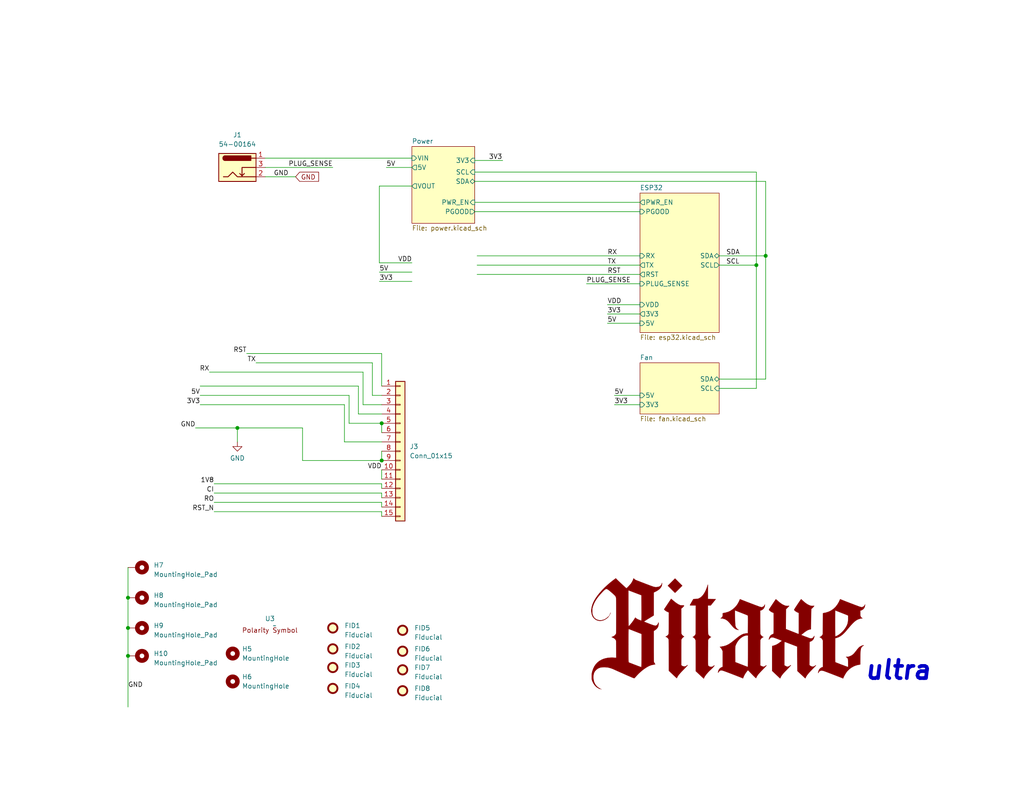
<source format=kicad_sch>
(kicad_sch (version 20230121) (generator eeschema)
  (paper "A")
  (title_block (title "BM1366 bitaxe") (date "2023-10-25") (rev "203"))
  (lib_symbols
    (symbol "Connector:Barrel_Jack_Switch" (pin_names hide)
      (property "Reference" "J" (at 0 5.334 0))
      (property "Value" "Barrel_Jack_Switch" (at 0 -5.08 0))
      (symbol "Barrel_Jack_Switch_1_1"
        (pin passive line (at 7.62 2.54 180) (length 2.54) (name "~") (number "1"))
        (pin passive line (at 7.62 -2.54 180) (length 2.54) (name "~") (number "2"))
        (pin passive line (at 7.62 0 180) (length 2.54) (name "~") (number "3"))
      )
    )
    (symbol "Connector_Generic:Conn_01x15" (pin_names (offset 1.016) hide)
      (property "Reference" "J" (at 0 20.32 0))
      (property "Value" "Conn_01x15" (at 0 -20.32 0))
      (symbol "Conn_01x15_1_1"
        (pin passive line (at -5.08 17.78 0) (length 3.81) (name "Pin_1") (number "1"))
        (pin passive line (at -5.08 -5.08 0) (length 3.81) (name "Pin_10") (number "10"))
        (pin passive line (at -5.08 -7.62 0) (length 3.81) (name "Pin_11") (number "11"))
        (pin passive line (at -5.08 -10.16 0) (length 3.81) (name "Pin_12") (number "12"))
        (pin passive line (at -5.08 -12.7 0) (length 3.81) (name "Pin_13") (number "13"))
        (pin passive line (at -5.08 -15.24 0) (length 3.81) (name "Pin_14") (number "14"))
        (pin passive line (at -5.08 -17.78 0) (length 3.81) (name "Pin_15") (number "15"))
        (pin passive line (at -5.08 15.24 0) (length 3.81) (name "Pin_2") (number "2"))
        (pin passive line (at -5.08 12.7 0) (length 3.81) (name "Pin_3") (number "3"))
        (pin passive line (at -5.08 10.16 0) (length 3.81) (name "Pin_4") (number "4"))
        (pin passive line (at -5.08 7.62 0) (length 3.81) (name "Pin_5") (number "5"))
        (pin passive line (at -5.08 5.08 0) (length 3.81) (name "Pin_6") (number "6"))
        (pin passive line (at -5.08 2.54 0) (length 3.81) (name "Pin_7") (number "7"))
        (pin passive line (at -5.08 0 0) (length 3.81) (name "Pin_8") (number "8"))
        (pin passive line (at -5.08 -2.54 0) (length 3.81) (name "Pin_9") (number "9"))
      )
    )
    (symbol "Mechanical:Fiducial"
      (property "Reference" "FID" (at 0 5.08 0))
      (property "Value" "Fiducial" (at 0 3.175 0))
    )
    (symbol "Mechanical:MountingHole" (pin_names (offset 1.016))
      (property "Reference" "H" (at 0 5.08 0))
      (property "Value" "MountingHole" (at 0 3.175 0))
    )
    (symbol "Mechanical:MountingHole_Pad" (pin_numbers hide) (pin_names (offset 1.016) hide)
      (property "Reference" "H" (at 0 6.35 0))
      (property "Value" "MountingHole_Pad" (at 0 4.445 0))
      (symbol "MountingHole_Pad_1_1"
        (pin input line (at 0 -2.54 90) (length 2.54) (name "1") (number "1"))
      )
    )
    (symbol "bitaxe:LOGO" (pin_names (offset 1.016)))
    (symbol "bitaxe:polarity" (in_bom no)
      (property "Reference" "U" (at 0 0 0))
      (symbol "polarity_1_1"
        (text "Polarity Symbol" (at -1.27 -1.27 0) (effects (font (size 1.27 1.27))))
      )
    )
    (symbol "power:GND" (power) (pin_names (offset 0))
      (property "Value" "GND" (at 0 -3.81 0))
      (symbol "GND_1_1"
        (pin power_in line (at 0 0 270) (length 0) hide (name "GND") (number "1"))
      )
    )
  )
  (junction (at 104.14 125.73))
  (junction (at 208.915 69.85))
  (junction (at 34.925 179.07))
  (junction (at 34.925 171.45))
  (junction (at 206.375 72.39))
  (junction (at 104.14 115.57))
  (junction (at 64.77 116.84))
  (junction (at 34.925 163.195))
  (wire (pts (xy 82.55 125.73) (xy 104.14 125.73)))
  (wire (pts (xy 54.61 105.41) (xy 97.79 105.41)))
  (wire (pts (xy 129.54 46.99) (xy 206.375 46.99)))
  (wire (pts (xy 97.79 105.41) (xy 97.79 113.03)))
  (wire (pts (xy 58.42 132.08) (xy 104.14 132.08)))
  (wire (pts (xy 196.215 72.39) (xy 206.375 72.39)))
  (wire (pts (xy 54.61 110.49) (xy 93.98 110.49)))
  (wire (pts (xy 105.41 45.72) (xy 112.395 45.72)))
  (wire (pts (xy 104.14 128.27) (xy 104.14 130.81)))
  (wire (pts (xy 130.175 72.39) (xy 174.625 72.39)))
  (wire (pts (xy 165.735 88.265) (xy 174.625 88.265)))
  (wire (pts (xy 72.39 43.18) (xy 112.395 43.18)))
  (wire (pts (xy 72.39 48.26) (xy 80.645 48.26)))
  (wire (pts (xy 64.77 116.84) (xy 82.55 116.84)))
  (wire (pts (xy 69.85 99.06) (xy 101.6 99.06)))
  (wire (pts (xy 95.25 107.95) (xy 95.25 115.57)))
  (wire (pts (xy 167.64 110.49) (xy 174.625 110.49)))
  (wire (pts (xy 95.25 115.57) (xy 104.14 115.57)))
  (wire (pts (xy 57.15 101.6) (xy 99.06 101.6)))
  (wire (pts (xy 64.77 116.84) (xy 64.77 120.65)))
  (wire (pts (xy 101.6 99.06) (xy 101.6 107.95)))
  (wire (pts (xy 160.02 77.47) (xy 174.625 77.47)))
  (wire (pts (xy 82.55 116.84) (xy 82.55 125.73)))
  (wire (pts (xy 104.14 134.62) (xy 104.14 135.89)))
  (wire (pts (xy 104.14 139.7) (xy 104.14 140.97)))
  (wire (pts (xy 208.915 49.53) (xy 208.915 69.85)))
  (wire (pts (xy 129.54 49.53) (xy 208.915 49.53)))
  (wire (pts (xy 104.14 137.16) (xy 104.14 138.43)))
  (wire (pts (xy 72.39 45.72) (xy 90.805 45.72)))
  (wire (pts (xy 53.34 116.84) (xy 64.77 116.84)))
  (wire (pts (xy 165.735 83.185) (xy 174.625 83.185)))
  (wire (pts (xy 206.375 72.39) (xy 206.375 106.045)))
  (wire (pts (xy 54.61 107.95) (xy 95.25 107.95)))
  (wire (pts (xy 101.6 107.95) (xy 104.14 107.95)))
  (wire (pts (xy 206.375 46.99) (xy 206.375 72.39)))
  (wire (pts (xy 58.42 134.62) (xy 104.14 134.62)))
  (wire (pts (xy 67.31 96.52) (xy 104.14 96.52)))
  (wire (pts (xy 129.54 55.245) (xy 174.625 55.245)))
  (wire (pts (xy 196.215 69.85) (xy 208.915 69.85)))
  (wire (pts (xy 34.925 163.195) (xy 34.925 171.45)))
  (wire (pts (xy 103.505 76.835) (xy 112.395 76.835)))
  (wire (pts (xy 104.14 96.52) (xy 104.14 105.41)))
  (wire (pts (xy 130.175 69.85) (xy 174.625 69.85)))
  (wire (pts (xy 99.06 101.6) (xy 99.06 110.49)))
  (wire (pts (xy 104.14 115.57) (xy 104.14 118.11)))
  (wire (pts (xy 196.215 103.505) (xy 208.915 103.505)))
  (wire (pts (xy 104.14 132.08) (xy 104.14 133.35)))
  (wire (pts (xy 103.505 71.755) (xy 103.505 50.8)))
  (wire (pts (xy 196.215 106.045) (xy 206.375 106.045)))
  (wire (pts (xy 103.505 74.295) (xy 112.395 74.295)))
  (wire (pts (xy 58.42 137.16) (xy 104.14 137.16)))
  (wire (pts (xy 208.915 103.505) (xy 208.915 69.85)))
  (wire (pts (xy 97.79 113.03) (xy 104.14 113.03)))
  (wire (pts (xy 93.98 120.65) (xy 104.14 120.65)))
  (wire (pts (xy 129.54 57.785) (xy 174.625 57.785)))
  (wire (pts (xy 167.64 107.95) (xy 174.625 107.95)))
  (wire (pts (xy 104.14 123.19) (xy 104.14 125.73)))
  (wire (pts (xy 34.925 179.07) (xy 34.925 193.04)))
  (wire (pts (xy 34.925 154.94) (xy 34.925 163.195)))
  (wire (pts (xy 99.06 110.49) (xy 104.14 110.49)))
  (wire (pts (xy 165.735 85.725) (xy 174.625 85.725)))
  (wire (pts (xy 112.395 71.755) (xy 103.505 71.755)))
  (wire (pts (xy 103.505 50.8) (xy 112.395 50.8)))
  (wire (pts (xy 130.175 74.93) (xy 174.625 74.93)))
  (wire (pts (xy 34.925 171.45) (xy 34.925 179.07)))
  (wire (pts (xy 93.98 110.49) (xy 93.98 120.65)))
  (wire (pts (xy 58.42 139.7) (xy 104.14 139.7)))
  (wire (pts (xy 129.54 43.815) (xy 137.16 43.815)))
  (text "ultra" (at 235.585 186.055 0) (effects (font (size 5 5) (thickness 1) bold italic) (justify left bottom)))
  (label "PLUG_SENSE" (at 90.805 45.72 180))
  (label "GND" (at 53.34 116.84 180))
  (label "3V3" (at 54.61 110.49 180))
  (label "VDD" (at 165.735 83.185 0))
  (label "3V3" (at 103.505 76.835 0))
  (label "RST" (at 165.735 74.93 0))
  (label "VDD" (at 108.585 71.755 0))
  (label "5V" (at 105.41 45.72 0))
  (label "5V" (at 167.64 107.95 0))
  (label "VDD" (at 104.14 128.27 180))
  (label "SDA" (at 198.12 69.85 0))
  (label "CI" (at 58.42 134.62 180))
  (label "GND" (at 34.925 187.96 0))
  (label "RST_N" (at 58.42 139.7 180))
  (label "RX" (at 165.735 69.85 0))
  (label "3V3" (at 133.35 43.815 0))
  (label "3V3" (at 165.735 85.725 0))
  (label "RST" (at 67.31 96.52 180))
  (label "SCL" (at 198.12 72.39 0))
  (label "5V" (at 165.735 88.265 0))
  (label "3V3" (at 167.64 110.49 0))
  (label "TX" (at 69.85 99.06 180))
  (label "5V" (at 103.505 74.295 0))
  (label "GND" (at 78.74 48.26 180))
  (label "RX" (at 57.15 101.6 180))
  (label "5V" (at 54.61 107.95 180))
  (label "1V8" (at 58.42 132.08 180))
  (label "PLUG_SENSE" (at 160.02 77.47 0))
  (label "TX" (at 165.735 72.39 0))
  (label "RO" (at 58.42 137.16 180))
  (global_label "GND" (shape input) (at 80.645 48.26 0) (property "Intersheetrefs" "${INTERSHEET_REFS}" (effects hide)))
  (symbol (lib_id "Mechanical:Fiducial") (at 90.805 177.165 0) (unit 1) (in_bom no)
    (property "Reference" "FID2" (at 93.98 176.53 0) (effects (justify left)))
    (property "Value" "Fiducial" (at 93.98 179.07 0) (effects (justify left)))
    (property "Footprint" "Fiducial:Fiducial_1mm_Mask2mm" (effects hide))
  )
  (symbol (lib_id "Mechanical:Fiducial") (at 90.805 182.245 0) (unit 1) (in_bom no)
    (property "Reference" "FID3" (at 93.98 181.61 0) (effects (justify left)))
    (property "Value" "Fiducial" (at 93.98 184.15 0) (effects (justify left)))
    (property "Footprint" "Fiducial:Fiducial_1mm_Mask2mm" (effects hide))
  )
  (symbol (lib_id "Mechanical:Fiducial") (at 90.805 187.96 0) (unit 1) (in_bom no)
    (property "Reference" "FID4" (at 93.98 187.325 0) (effects (justify left)))
    (property "Value" "Fiducial" (at 93.98 189.865 0) (effects (justify left)))
    (property "Footprint" "Fiducial:Fiducial_1mm_Mask2mm" (effects hide))
  )
  (symbol (lib_id "Mechanical:Fiducial") (at 109.855 177.8 0) (unit 1) (in_bom no)
    (property "Reference" "FID6" (at 113.03 177.165 0) (effects (justify left)))
    (property "Value" "Fiducial" (at 113.03 179.705 0) (effects (justify left)))
    (property "Footprint" "Fiducial:Fiducial_1mm_Mask2mm" (effects hide))
  )
  (symbol (lib_id "Connector:Barrel_Jack_Switch") (at 64.77 45.72 0) (unit 1)
    (property "Reference" "J1" (at 64.77 36.83 0))
    (property "Value" "54-00164" (at 64.77 39.37 0))
    (property "Footprint" "bitaxe:BarrelJack_Wuerth_694106106102_2.0x5.5mm" (effects hide))
    (property "Datasheet" "https://tensility.s3.amazonaws.com/uploads/pdffiles/54-00164.pdf?X-Amz-Expires=600&X-Amz-Date=20231120T033415Z&X-Amz-Algorithm=AWS4-HMAC-SHA256&X-Amz-Credential=AKIAIS2S4WRDQDSWDRZQ%2F20231120%2Fus-west-2%2Fs3%2Faws4_request&X-Amz-SignedHeaders=host&X-Amz-Signature=0ec7ce6b9e4957ccc83a05eb1138fede41cc8592648d2aac3c65914c1c151ca7" (effects hide))
    (property "DK" "839-54-00164CT-ND" (effects hide))
    (property "PARTNO" "54-00164" (effects hide))
  )
  (symbol (lib_id "Mechanical:MountingHole_Pad") (at 37.465 154.94 270) (unit 1) (in_bom no)
    (property "Reference" "H7" (at 41.91 154.305 90) (effects (justify left)))
    (property "Value" "MountingHole_Pad" (at 41.91 156.845 90) (effects (justify left)))
    (property "Footprint" "MountingHole:MountingHole_3mm_Pad_Via" (effects hide))
  )
  (symbol (lib_id "Mechanical:Fiducial") (at 90.805 171.45 0) (unit 1) (in_bom no)
    (property "Reference" "FID1" (at 93.98 170.815 0) (effects (justify left)))
    (property "Value" "Fiducial" (at 93.98 173.355 0) (effects (justify left)))
    (property "Footprint" "Fiducial:Fiducial_1mm_Mask2mm" (effects hide))
  )
  (symbol (lib_id "Mechanical:Fiducial") (at 109.855 188.595 0) (unit 1) (in_bom no)
    (property "Reference" "FID8" (at 113.03 187.96 0) (effects (justify left)))
    (property "Value" "Fiducial" (at 113.03 190.5 0) (effects (justify left)))
    (property "Footprint" "Fiducial:Fiducial_1mm_Mask2mm" (effects hide))
  )
  (symbol (lib_id "Mechanical:Fiducial") (at 109.855 172.085 0) (unit 1) (in_bom no)
    (property "Reference" "FID5" (at 113.03 171.45 0) (effects (justify left)))
    (property "Value" "Fiducial" (at 113.03 173.99 0) (effects (justify left)))
    (property "Footprint" "Fiducial:Fiducial_1mm_Mask2mm" (effects hide))
  )
  (symbol (lib_id "power:GND") (at 64.77 120.65 0) (mirror y) (unit 1)
    (property "Reference" "#PWR03" (effects hide))
    (property "Value" "GND" (at 64.77 125.095 0))
  )
  (symbol (lib_id "Mechanical:MountingHole") (at 63.5 186.055 0) (unit 1) (in_bom no)
    (property "Reference" "H6" (at 66.04 184.7849 0) (effects (justify left)))
    (property "Value" "MountingHole" (at 66.04 187.3249 0) (effects (justify left)))
    (property "Footprint" "MountingHole:MountingHole_3.5mm" (effects hide))
  )
  (symbol (lib_id "Mechanical:Fiducial") (at 109.855 182.88 0) (unit 1) (in_bom no)
    (property "Reference" "FID7" (at 113.03 182.245 0) (effects (justify left)))
    (property "Value" "Fiducial" (at 113.03 184.785 0) (effects (justify left)))
    (property "Footprint" "Fiducial:Fiducial_1mm_Mask2mm" (effects hide))
  )
  (symbol (lib_id "Mechanical:MountingHole") (at 63.5 178.435 0) (unit 1) (in_bom no)
    (property "Reference" "H5" (at 66.04 177.1649 0) (effects (justify left)))
    (property "Value" "MountingHole" (at 66.04 179.7049 0) (effects (justify left)))
    (property "Footprint" "MountingHole:MountingHole_3.5mm" (effects hide))
  )
  (symbol (lib_id "Mechanical:MountingHole_Pad") (at 37.465 171.45 270) (unit 1) (in_bom no)
    (property "Reference" "H9" (at 41.91 170.815 90) (effects (justify left)))
    (property "Value" "MountingHole_Pad" (at 41.91 173.355 90) (effects (justify left)))
    (property "Footprint" "MountingHole:MountingHole_3mm_Pad_Via" (effects hide))
  )
  (symbol (lib_id "Mechanical:MountingHole_Pad") (at 37.465 163.195 270) (unit 1) (in_bom no)
    (property "Reference" "H8" (at 41.91 162.56 90) (effects (justify left)))
    (property "Value" "MountingHole_Pad" (at 41.91 165.1 90) (effects (justify left)))
    (property "Footprint" "MountingHole:MountingHole_3mm_Pad_Via" (effects hide))
  )
  (symbol (lib_id "Mechanical:MountingHole_Pad") (at 37.465 179.07 270) (unit 1) (in_bom no)
    (property "Reference" "H10" (at 41.91 178.435 90) (effects (justify left)))
    (property "Value" "MountingHole_Pad" (at 41.91 180.975 90) (effects (justify left)))
    (property "Footprint" "MountingHole:MountingHole_3mm_Pad_Via" (effects hide))
  )
  (symbol (lib_id "bitaxe:LOGO") (at 197.485 173.99 0) (unit 1)
    (property "Reference" "#G1" (effects hide))
    (property "Value" "LOGO" (effects hide))
  )
  (symbol (lib_id "bitaxe:polarity") (at 74.93 170.815 0) (unit 1) (in_bom no)
    (property "Reference" "U3" (at 73.66 168.91 0))
    (property "Value" "~" (at 74.93 170.815 0))
    (property "Footprint" "bitaxe:polarity" (effects hide))
  )
  (symbol (lib_id "Connector_Generic:Conn_01x15") (at 109.22 123.19 0) (unit 1)
    (property "Reference" "J3" (at 111.76 121.92 0) (effects (justify left)))
    (property "Value" "Conn_01x15" (at 111.76 124.46 0) (effects (justify left)))
    (property "Footprint" "Connector_JST:JST_XA_B15B-XASK-1_1x15_P2.50mm_Vertical" (effects hide))
  )
  (sheet (at 174.625 99.06) (size 21.59 13.97) (stroke (width 0.1524)) (fill (color 255 255 194 1.0000))
    (property "Sheetname" "Fan" (at 174.625 98.3484 0) (effects (justify left bottom)))
    (property "Sheetfile" "fan.kicad_sch" (at 174.625 113.6146 0) (effects (justify left top)))
    (pin "SDA" bidirectional (at 196.215 103.505 0))
    (pin "SCL" input (at 196.215 106.045 0))
    (pin "5V" input (at 174.625 107.95 180))
    (pin "3V3" input (at 174.625 110.49 180))
  )
  (sheet (at 112.395 40.005) (size 17.145 20.955) (stroke (width 0.1524)) (fill (color 255 255 194 1.0000))
    (property "Sheetname" "Power" (at 112.395 39.2934 0) (effects (justify left bottom)))
    (property "Sheetfile" "power.kicad_sch" (at 112.395 61.5446 0) (effects (justify left top)))
    (pin "VOUT" output (at 112.395 50.8 180))
    (pin "VIN" input (at 112.395 43.18 180))
    (pin "SCL" input (at 129.54 46.99 0))
    (pin "SDA" bidirectional (at 129.54 49.53 0))
    (pin "5V" output (at 112.395 45.72 180))
    (pin "3V3" input (at 129.54 43.815 0))
    (pin "PGOOD" output (at 129.54 57.785 0))
    (pin "PWR_EN" input (at 129.54 55.245 0))
  )
  (sheet (at 174.625 52.705) (size 21.59 38.1) (stroke (width 0.1524)) (fill (color 255 255 194 1.0000))
    (property "Sheetname" "ESP32" (at 174.625 51.9934 0) (effects (justify left bottom)))
    (property "Sheetfile" "esp32.kicad_sch" (at 174.625 91.3896 0) (effects (justify left top)))
    (pin "SDA" bidirectional (at 196.215 69.85 0))
    (pin "SCL" output (at 196.215 72.39 0))
    (pin "RX" input (at 174.625 69.85 180))
    (pin "TX" output (at 174.625 72.39 180))
    (pin "RST" output (at 174.625 74.93 180))
    (pin "5V" input (at 174.625 88.265 180))
    (pin "3V3" output (at 174.625 85.725 180))
    (pin "PGOOD" input (at 174.625 57.785 180))
    (pin "VDD" input (at 174.625 83.185 180))
    (pin "PWR_EN" output (at 174.625 55.245 180))
    (pin "PLUG_SENSE" input (at 174.625 77.47 180))
  )
)
</source>
